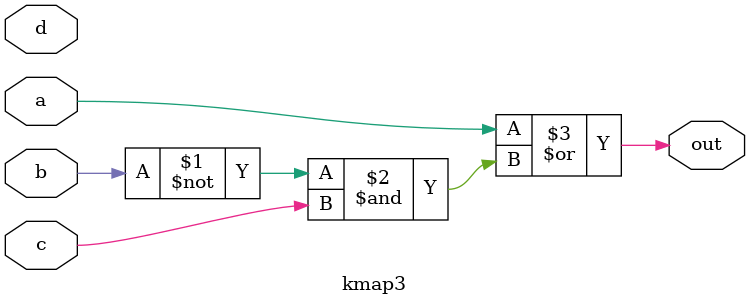
<source format=sv>
module kmap3 
(
  input a,
  input b,
  input c,
  input d,
  output out
);

  assign out = a | ((~b) & c);

endmodule
</source>
